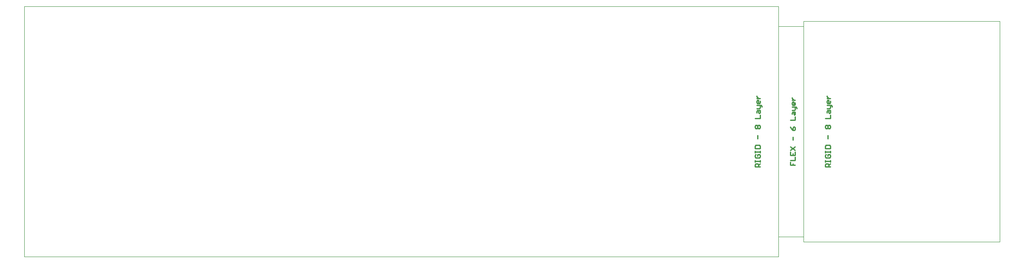
<source format=gbr>
%TF.GenerationSoftware,Altium Limited,Altium Designer,22.4.2 (48)*%
G04 Layer_Color=7674933*
%FSLAX26Y26*%
%MOIN*%
%TF.SameCoordinates,8C98EB32-1E12-42CD-A60B-9DA89663A72C*%
%TF.FilePolarity,Positive*%
%TF.FileFunction,Other,Fab_Notes*%
%TF.Part,Single*%
G01*
G75*
%TA.AperFunction,NonConductor*%
%ADD109C,0.000984*%
%ADD153C,0.010000*%
D109*
X8464567Y2086614D02*
X10000004D01*
X8464567Y3818901D02*
X10000004D01*
Y2086614D02*
Y3818901D01*
X8464567Y2086614D02*
Y3818901D01*
X8267717Y2125984D02*
X8464574D01*
X8267717Y3779531D02*
X8464574D01*
Y2125984D02*
Y3779531D01*
X8267717Y2125984D02*
Y3779531D01*
X2362205Y1968504D02*
X8267720D01*
X2362205Y3937011D02*
X8267720D01*
Y1968504D02*
Y3937011D01*
X2362205Y1968504D02*
Y3937011D01*
D153*
X8123355Y2673974D02*
X8083998D01*
Y2693653D01*
X8090557Y2700213D01*
X8103677D01*
X8110236Y2693653D01*
Y2673974D01*
Y2687093D02*
X8123355Y2700213D01*
X8083998Y2713332D02*
Y2726451D01*
Y2719891D01*
X8123355D01*
Y2713332D01*
Y2726451D01*
X8090557Y2772368D02*
X8083998Y2765808D01*
Y2752689D01*
X8090557Y2746130D01*
X8116796D01*
X8123355Y2752689D01*
Y2765808D01*
X8116796Y2772368D01*
X8103677D01*
Y2759249D01*
X8083998Y2785487D02*
Y2798606D01*
Y2792047D01*
X8123355D01*
Y2785487D01*
Y2798606D01*
X8083998Y2818285D02*
X8123355D01*
Y2837963D01*
X8116796Y2844523D01*
X8090557D01*
X8083998Y2837963D01*
Y2818285D01*
X8103677Y2897000D02*
Y2923238D01*
X8090557Y2975714D02*
X8083998Y2982274D01*
Y2995393D01*
X8090557Y3001953D01*
X8097117D01*
X8103677Y2995393D01*
X8110236Y3001953D01*
X8116796D01*
X8123355Y2995393D01*
Y2982274D01*
X8116796Y2975714D01*
X8110236D01*
X8103677Y2982274D01*
X8097117Y2975714D01*
X8090557D01*
X8103677Y2982274D02*
Y2995393D01*
X8083998Y3054429D02*
X8123355D01*
Y3080667D01*
X8097117Y3100346D02*
Y3113465D01*
X8103677Y3120025D01*
X8123355D01*
Y3100346D01*
X8116796Y3093787D01*
X8110236Y3100346D01*
Y3120025D01*
X8097117Y3133144D02*
X8116796D01*
X8123355Y3139704D01*
Y3159382D01*
X8129915D01*
X8136474Y3152823D01*
Y3146263D01*
X8123355Y3159382D02*
X8097117D01*
X8123355Y3192180D02*
Y3179061D01*
X8116796Y3172501D01*
X8103677D01*
X8097117Y3179061D01*
Y3192180D01*
X8103677Y3198740D01*
X8110236D01*
Y3172501D01*
X8097117Y3211859D02*
X8123355D01*
X8110236D01*
X8103677Y3218418D01*
X8097117Y3224978D01*
Y3231537D01*
X8359588Y2713332D02*
Y2687093D01*
X8379267D01*
Y2700213D01*
Y2687093D01*
X8398946D01*
X8359588Y2726451D02*
X8398946D01*
Y2752689D01*
X8359588Y2792046D02*
Y2765808D01*
X8398946D01*
Y2792046D01*
X8379267Y2765808D02*
Y2778927D01*
X8359588Y2805166D02*
X8398946Y2831404D01*
X8359588D02*
X8398946Y2805166D01*
X8379267Y2883881D02*
Y2910119D01*
X8359588Y2988834D02*
X8366148Y2975714D01*
X8379267Y2962595D01*
X8392386D01*
X8398946Y2969155D01*
Y2982274D01*
X8392386Y2988834D01*
X8385827D01*
X8379267Y2982274D01*
Y2962595D01*
X8359588Y3041310D02*
X8398946D01*
Y3067548D01*
X8372708Y3087227D02*
Y3100346D01*
X8379267Y3106906D01*
X8398946D01*
Y3087227D01*
X8392386Y3080668D01*
X8385827Y3087227D01*
Y3106906D01*
X8372708Y3120025D02*
X8392386D01*
X8398946Y3126584D01*
Y3146263D01*
X8405505D01*
X8412065Y3139704D01*
Y3133144D01*
X8398946Y3146263D02*
X8372708D01*
X8398946Y3179061D02*
Y3165942D01*
X8392386Y3159382D01*
X8379267D01*
X8372708Y3165942D01*
Y3179061D01*
X8379267Y3185620D01*
X8385827D01*
Y3159382D01*
X8372708Y3198740D02*
X8398946D01*
X8385827D01*
X8379267Y3205299D01*
X8372708Y3211859D01*
Y3218418D01*
X8674536Y2673974D02*
X8635179D01*
Y2693653D01*
X8641739Y2700213D01*
X8654858D01*
X8661417Y2693653D01*
Y2673974D01*
Y2687093D02*
X8674536Y2700213D01*
X8635179Y2713332D02*
Y2726451D01*
Y2719891D01*
X8674536D01*
Y2713332D01*
Y2726451D01*
X8641739Y2772368D02*
X8635179Y2765808D01*
Y2752689D01*
X8641739Y2746130D01*
X8667977D01*
X8674536Y2752689D01*
Y2765808D01*
X8667977Y2772368D01*
X8654858D01*
Y2759249D01*
X8635179Y2785487D02*
Y2798606D01*
Y2792047D01*
X8674536D01*
Y2785487D01*
Y2798606D01*
X8635179Y2818285D02*
X8674536D01*
Y2837963D01*
X8667977Y2844523D01*
X8641739D01*
X8635179Y2837963D01*
Y2818285D01*
X8654858Y2897000D02*
Y2923238D01*
X8641739Y2975714D02*
X8635179Y2982274D01*
Y2995393D01*
X8641739Y3001953D01*
X8648298D01*
X8654858Y2995393D01*
X8661417Y3001953D01*
X8667977D01*
X8674536Y2995393D01*
Y2982274D01*
X8667977Y2975714D01*
X8661417D01*
X8654858Y2982274D01*
X8648298Y2975714D01*
X8641739D01*
X8654858Y2982274D02*
Y2995393D01*
X8635179Y3054429D02*
X8674536D01*
Y3080667D01*
X8648298Y3100346D02*
Y3113465D01*
X8654858Y3120025D01*
X8674536D01*
Y3100346D01*
X8667977Y3093787D01*
X8661417Y3100346D01*
Y3120025D01*
X8648298Y3133144D02*
X8667977D01*
X8674536Y3139704D01*
Y3159382D01*
X8681096D01*
X8687656Y3152823D01*
Y3146263D01*
X8674536Y3159382D02*
X8648298D01*
X8674536Y3192180D02*
Y3179061D01*
X8667977Y3172501D01*
X8654858D01*
X8648298Y3179061D01*
Y3192180D01*
X8654858Y3198740D01*
X8661417D01*
Y3172501D01*
X8648298Y3211859D02*
X8674536D01*
X8661417D01*
X8654858Y3218418D01*
X8648298Y3224978D01*
Y3231537D01*
%TF.MD5,1f558150df9faec046e7130bec2db9f5*%
M02*

</source>
